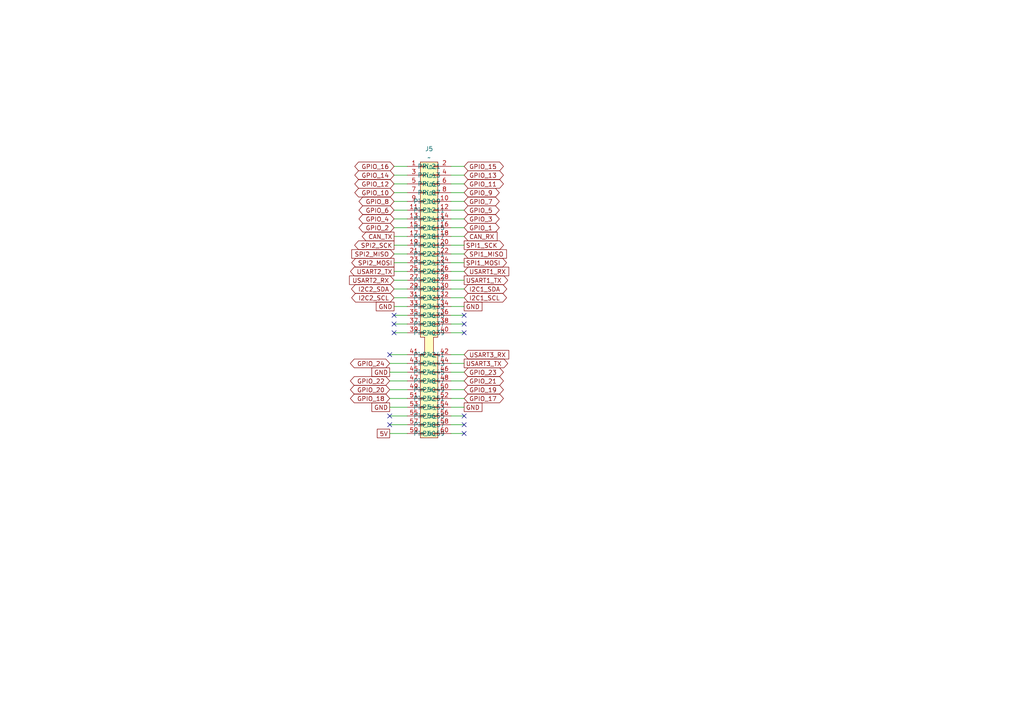
<source format=kicad_sch>
(kicad_sch (version 20250114) (generator "eeschema") (generator_version "9.0")
  (paper "A4")
  (lib_symbols
    (symbol "HardwareDataLogger:ExtenionCardConnector"
      (property "Reference" "J" (at 0 0 0))
      (symbol "ExtenionCardConnector_1_1"
        (polyline (pts (xy -2.54 -2.54) (xy 2.54 -2.54) (xy 2.54 -53.34) (xy 1.27 -53.34) (xy 1.27 -58.42) (xy 2.54 -58.42) (xy 2.54 -82.55) (xy -2.54 -82.55) (xy -2.54 -58.42) (xy -1.27 -58.42) (xy -1.27 -53.34) (xy -2.54 -53.34) (xy -2.54 -2.54)) (fill (type background)))
        (rectangle (start -2.54 -3.683) (end -1.27 -3.937) (stroke (width 0.1524)))
        (rectangle (start -2.54 -6.223) (end -1.27 -6.477) (stroke (width 0.1524)))
        (rectangle (start -2.54 -8.763) (end -1.27 -9.017) (stroke (width 0.1524)))
        (rectangle (start -2.54 -11.303) (end -1.27 -11.557) (stroke (width 0.1524)))
        (rectangle (start -2.54 -13.843) (end -1.27 -14.097) (stroke (width 0.1524)))
        (rectangle (start -2.54 -16.383) (end -1.27 -16.637) (stroke (width 0.1524)))
        (rectangle (start -2.54 -18.923) (end -1.27 -19.177) (stroke (width 0.1524)))
        (rectangle (start -2.54 -21.463) (end -1.27 -21.717) (stroke (width 0.1524)))
        (rectangle (start -2.54 -24.003) (end -1.27 -24.257) (stroke (width 0.1524)))
        (rectangle (start -2.54 -26.543) (end -1.27 -26.797) (stroke (width 0.1524)))
        (rectangle (start -2.54 -29.083) (end -1.27 -29.337) (stroke (width 0.1524)))
        (rectangle (start -2.54 -31.623) (end -1.27 -31.877) (stroke (width 0.1524)))
        (rectangle (start -2.54 -34.163) (end -1.27 -34.417) (stroke (width 0.1524)))
        (rectangle (start -2.54 -36.703) (end -1.27 -36.957) (stroke (width 0.1524)))
        (rectangle (start -2.54 -39.243) (end -1.27 -39.497) (stroke (width 0.1524)))
        (rectangle (start -2.54 -41.783) (end -1.27 -42.037) (stroke (width 0.1524)))
        (rectangle (start -2.54 -44.323) (end -1.27 -44.577) (stroke (width 0.1524)))
        (rectangle (start -2.54 -46.863) (end -1.27 -47.117) (stroke (width 0.1524)))
        (rectangle (start -2.54 -49.403) (end -1.27 -49.657) (stroke (width 0.1524)))
        (rectangle (start -2.54 -51.943) (end -1.27 -52.197) (stroke (width 0.1524)))
        (rectangle (start -2.54 -58.293) (end -1.27 -58.547) (stroke (width 0.1524)))
        (rectangle (start -2.54 -60.833) (end -1.27 -61.087) (stroke (width 0.1524)))
        (rectangle (start -2.54 -63.373) (end -1.27 -63.627) (stroke (width 0.1524)))
        (rectangle (start -2.54 -65.913) (end -1.27 -66.167) (stroke (width 0.1524)))
        (rectangle (start -2.54 -68.453) (end -1.27 -68.707) (stroke (width 0.1524)))
        (rectangle (start -2.54 -70.993) (end -1.27 -71.247) (stroke (width 0.1524)))
        (rectangle (start -2.54 -73.533) (end -1.27 -73.787) (stroke (width 0.1524)))
        (rectangle (start -2.54 -76.073) (end -1.27 -76.327) (stroke (width 0.1524)))
        (rectangle (start -2.54 -78.613) (end -1.27 -78.867) (stroke (width 0.1524)))
        (rectangle (start -2.54 -81.153) (end -1.27 -81.407) (stroke (width 0.1524)))
        (rectangle (start 2.54 -3.683) (end 1.27 -3.937) (stroke (width 0.1524)))
        (rectangle (start 2.54 -6.223) (end 1.27 -6.477) (stroke (width 0.1524)))
        (rectangle (start 2.54 -8.763) (end 1.27 -9.017) (stroke (width 0.1524)))
        (rectangle (start 2.54 -11.303) (end 1.27 -11.557) (stroke (width 0.1524)))
        (rectangle (start 2.54 -13.843) (end 1.27 -14.097) (stroke (width 0.1524)))
        (rectangle (start 2.54 -16.383) (end 1.27 -16.637) (stroke (width 0.1524)))
        (rectangle (start 2.54 -18.923) (end 1.27 -19.177) (stroke (width 0.1524)))
        (rectangle (start 2.54 -21.463) (end 1.27 -21.717) (stroke (width 0.1524)))
        (rectangle (start 2.54 -24.003) (end 1.27 -24.257) (stroke (width 0.1524)))
        (rectangle (start 2.54 -26.543) (end 1.27 -26.797) (stroke (width 0.1524)))
        (rectangle (start 2.54 -29.083) (end 1.27 -29.337) (stroke (width 0.1524)))
        (rectangle (start 2.54 -31.623) (end 1.27 -31.877) (stroke (width 0.1524)))
        (rectangle (start 2.54 -34.163) (end 1.27 -34.417) (stroke (width 0.1524)))
        (rectangle (start 2.54 -36.703) (end 1.27 -36.957) (stroke (width 0.1524)))
        (rectangle (start 2.54 -39.243) (end 1.27 -39.497) (stroke (width 0.1524)))
        (rectangle (start 2.54 -41.783) (end 1.27 -42.037) (stroke (width 0.1524)))
        (rectangle (start 2.54 -44.323) (end 1.27 -44.577) (stroke (width 0.1524)))
        (rectangle (start 2.54 -46.863) (end 1.27 -47.117) (stroke (width 0.1524)))
        (rectangle (start 2.54 -49.403) (end 1.27 -49.657) (stroke (width 0.1524)))
        (rectangle (start 2.54 -51.943) (end 1.27 -52.197) (stroke (width 0.1524)))
        (rectangle (start 2.54 -58.293) (end 1.27 -58.547) (stroke (width 0.1524)))
        (rectangle (start 2.54 -60.833) (end 1.27 -61.087) (stroke (width 0.1524)))
        (rectangle (start 2.54 -63.373) (end 1.27 -63.627) (stroke (width 0.1524)))
        (rectangle (start 2.54 -65.913) (end 1.27 -66.167) (stroke (width 0.1524)))
        (rectangle (start 2.54 -68.453) (end 1.27 -68.707) (stroke (width 0.1524)))
        (rectangle (start 2.54 -70.993) (end 1.27 -71.247) (stroke (width 0.1524)))
        (rectangle (start 2.54 -73.533) (end 1.27 -73.787) (stroke (width 0.1524)))
        (rectangle (start 2.54 -76.073) (end 1.27 -76.327) (stroke (width 0.1524)))
        (rectangle (start 2.54 -78.613) (end 1.27 -78.867) (stroke (width 0.1524)))
        (rectangle (start 2.54 -81.153) (end 1.27 -81.407) (stroke (width 0.1524)))
        (pin passive line (at -6.35 -3.81 0) (length 3.81) (name "Pin_1") (number "1"))
        (pin passive line (at -6.35 -6.35 0) (length 3.81) (name "Pin_3") (number "3"))
        (pin passive line (at -6.35 -8.89 0) (length 3.81) (name "Pin_5") (number "5"))
        (pin passive line (at -6.35 -11.43 0) (length 3.81) (name "Pin_7") (number "7"))
        (pin passive line (at -6.35 -13.97 0) (length 3.81) (name "Pin_9") (number "9"))
        (pin passive line (at -6.35 -16.51 0) (length 3.81) (name "Pin_11") (number "11"))
        (pin passive line (at -6.35 -19.05 0) (length 3.81) (name "Pin_13") (number "13"))
        (pin passive line (at -6.35 -21.59 0) (length 3.81) (name "Pin_15") (number "15"))
        (pin passive line (at -6.35 -24.13 0) (length 3.81) (name "Pin_17") (number "17"))
        (pin passive line (at -6.35 -26.67 0) (length 3.81) (name "Pin_19") (number "19"))
        (pin passive line (at -6.35 -29.21 0) (length 3.81) (name "Pin_21") (number "21"))
        (pin passive line (at -6.35 -31.75 0) (length 3.81) (name "Pin_23") (number "23"))
        (pin passive line (at -6.35 -34.29 0) (length 3.81) (name "Pin_25") (number "25"))
        (pin passive line (at -6.35 -36.83 0) (length 3.81) (name "Pin_27") (number "27"))
        (pin passive line (at -6.35 -39.37 0) (length 3.81) (name "Pin_29") (number "29"))
        (pin passive line (at -6.35 -41.91 0) (length 3.81) (name "Pin_31") (number "31"))
        (pin passive line (at -6.35 -44.45 0) (length 3.81) (name "Pin_33") (number "33"))
        (pin passive line (at -6.35 -46.99 0) (length 3.81) (name "Pin_35") (number "35"))
        (pin passive line (at -6.35 -49.53 0) (length 3.81) (name "Pin_37") (number "37"))
        (pin passive line (at -6.35 -52.07 0) (length 3.81) (name "Pin_39") (number "39"))
        (pin passive line (at -6.35 -58.42 0) (length 3.81) (name "Pin_41") (number "41"))
        (pin passive line (at -6.35 -60.96 0) (length 3.81) (name "Pin_43") (number "43"))
        (pin passive line (at -6.35 -63.5 0) (length 3.81) (name "Pin_45") (number "45"))
        (pin passive line (at -6.35 -66.04 0) (length 3.81) (name "Pin_47") (number "47"))
        (pin passive line (at -6.35 -68.58 0) (length 3.81) (name "Pin_49") (number "49"))
        (pin passive line (at -6.35 -71.12 0) (length 3.81) (name "Pin_51") (number "51"))
        (pin passive line (at -6.35 -73.66 0) (length 3.81) (name "Pin_53") (number "53"))
        (pin passive line (at -6.35 -76.2 0) (length 3.81) (name "Pin_55") (number "55"))
        (pin passive line (at -6.35 -78.74 0) (length 3.81) (name "Pin_57") (number "57"))
        (pin passive line (at -6.35 -81.28 0) (length 3.81) (name "Pin_59") (number "59"))
        (pin passive line (at 6.35 -3.81 180) (length 3.81) (name "Pin_2") (number "2"))
        (pin passive line (at 6.35 -6.35 180) (length 3.81) (name "Pin_4") (number "4"))
        (pin passive line (at 6.35 -8.89 180) (length 3.81) (name "Pin_6") (number "6"))
        (pin passive line (at 6.35 -11.43 180) (length 3.81) (name "Pin_8") (number "8"))
        (pin passive line (at 6.35 -13.97 180) (length 3.81) (name "Pin_10") (number "10"))
        (pin passive line (at 6.35 -16.51 180) (length 3.81) (name "Pin_12") (number "12"))
        (pin passive line (at 6.35 -19.05 180) (length 3.81) (name "Pin_14") (number "14"))
        (pin passive line (at 6.35 -21.59 180) (length 3.81) (name "Pin_16") (number "16"))
        (pin passive line (at 6.35 -24.13 180) (length 3.81) (name "Pin_18") (number "18"))
        (pin passive line (at 6.35 -26.67 180) (length 3.81) (name "Pin_20") (number "20"))
        (pin passive line (at 6.35 -29.21 180) (length 3.81) (name "Pin_22") (number "22"))
        (pin passive line (at 6.35 -31.75 180) (length 3.81) (name "Pin_24") (number "24"))
        (pin passive line (at 6.35 -34.29 180) (length 3.81) (name "Pin_26") (number "26"))
        (pin passive line (at 6.35 -36.83 180) (length 3.81) (name "Pin_28") (number "28"))
        (pin passive line (at 6.35 -39.37 180) (length 3.81) (name "Pin_30") (number "30"))
        (pin passive line (at 6.35 -41.91 180) (length 3.81) (name "Pin_32") (number "32"))
        (pin passive line (at 6.35 -44.45 180) (length 3.81) (name "Pin_34") (number "34"))
        (pin passive line (at 6.35 -46.99 180) (length 3.81) (name "Pin_36") (number "36"))
        (pin passive line (at 6.35 -49.53 180) (length 3.81) (name "Pin_38") (number "38"))
        (pin passive line (at 6.35 -52.07 180) (length 3.81) (name "Pin_40") (number "40"))
        (pin passive line (at 6.35 -58.42 180) (length 3.81) (name "Pin_42") (number "42"))
        (pin passive line (at 6.35 -60.96 180) (length 3.81) (name "Pin_44") (number "44"))
        (pin passive line (at 6.35 -63.5 180) (length 3.81) (name "Pin_46") (number "46"))
        (pin passive line (at 6.35 -66.04 180) (length 3.81) (name "Pin_48") (number "48"))
        (pin passive line (at 6.35 -68.58 180) (length 3.81) (name "Pin_50") (number "50"))
        (pin passive line (at 6.35 -71.12 180) (length 3.81) (name "Pin_52") (number "52"))
        (pin passive line (at 6.35 -73.66 180) (length 3.81) (name "Pin_54") (number "54"))
        (pin passive line (at 6.35 -76.2 180) (length 3.81) (name "Pin_56") (number "56"))
        (pin passive line (at 6.35 -78.74 180) (length 3.81) (name "Pin_58") (number "58"))
        (pin passive line (at 6.35 -81.28 180) (length 3.81) (name "Pin_60") (number "60"))
      )
    )
  )
  (no_connect (at 134.62 91.44))
  (no_connect (at 134.62 123.19))
  (no_connect (at 134.62 120.65))
  (no_connect (at 134.62 125.73))
  (no_connect (at 113.03 102.87))
  (no_connect (at 114.3 91.44))
  (no_connect (at 114.3 96.52))
  (no_connect (at 134.62 96.52))
  (no_connect (at 134.62 93.98))
  (no_connect (at 113.03 120.65))
  (no_connect (at 113.03 123.19))
  (no_connect (at 114.3 93.98))
  (wire (pts (xy 118.11 113.03) (xy 113.03 113.03)))
  (wire (pts (xy 118.11 76.2) (xy 114.3 76.2)))
  (wire (pts (xy 134.62 105.41) (xy 130.81 105.41)))
  (wire (pts (xy 134.62 58.42) (xy 130.81 58.42)))
  (wire (pts (xy 118.11 73.66) (xy 114.3 73.66)))
  (wire (pts (xy 134.62 113.03) (xy 130.81 113.03)))
  (wire (pts (xy 134.62 63.5) (xy 130.81 63.5)))
  (wire (pts (xy 118.11 123.19) (xy 113.03 123.19)))
  (wire (pts (xy 134.62 110.49) (xy 130.81 110.49)))
  (wire (pts (xy 118.11 88.9) (xy 114.3 88.9)))
  (wire (pts (xy 134.62 96.52) (xy 130.81 96.52)))
  (wire (pts (xy 118.11 86.36) (xy 114.3 86.36)))
  (wire (pts (xy 118.11 53.34) (xy 114.3 53.34)))
  (wire (pts (xy 134.62 115.57) (xy 130.81 115.57)))
  (wire (pts (xy 118.11 81.28) (xy 114.3 81.28)))
  (wire (pts (xy 134.62 125.73) (xy 130.81 125.73)))
  (wire (pts (xy 118.11 55.88) (xy 114.3 55.88)))
  (wire (pts (xy 118.11 120.65) (xy 113.03 120.65)))
  (wire (pts (xy 118.11 110.49) (xy 113.03 110.49)))
  (wire (pts (xy 118.11 93.98) (xy 114.3 93.98)))
  (wire (pts (xy 134.62 91.44) (xy 130.81 91.44)))
  (wire (pts (xy 118.11 96.52) (xy 114.3 96.52)))
  (wire (pts (xy 134.62 71.12) (xy 130.81 71.12)))
  (wire (pts (xy 118.11 78.74) (xy 114.3 78.74)))
  (wire (pts (xy 134.62 76.2) (xy 130.81 76.2)))
  (wire (pts (xy 134.62 102.87) (xy 130.81 102.87)))
  (wire (pts (xy 118.11 115.57) (xy 113.03 115.57)))
  (wire (pts (xy 134.62 93.98) (xy 130.81 93.98)))
  (wire (pts (xy 134.62 55.88) (xy 130.81 55.88)))
  (wire (pts (xy 118.11 50.8) (xy 114.3 50.8)))
  (wire (pts (xy 134.62 66.04) (xy 130.81 66.04)))
  (wire (pts (xy 134.62 50.8) (xy 130.81 50.8)))
  (wire (pts (xy 134.62 68.58) (xy 130.81 68.58)))
  (wire (pts (xy 134.62 48.26) (xy 130.81 48.26)))
  (wire (pts (xy 134.62 120.65) (xy 130.81 120.65)))
  (wire (pts (xy 118.11 68.58) (xy 114.3 68.58)))
  (wire (pts (xy 118.11 58.42) (xy 114.3 58.42)))
  (wire (pts (xy 118.11 71.12) (xy 114.3 71.12)))
  (wire (pts (xy 118.11 48.26) (xy 114.3 48.26)))
  (wire (pts (xy 118.11 125.73) (xy 113.03 125.73)))
  (wire (pts (xy 134.62 73.66) (xy 130.81 73.66)))
  (wire (pts (xy 118.11 63.5) (xy 114.3 63.5)))
  (wire (pts (xy 134.62 60.96) (xy 130.81 60.96)))
  (wire (pts (xy 118.11 83.82) (xy 114.3 83.82)))
  (wire (pts (xy 118.11 60.96) (xy 114.3 60.96)))
  (wire (pts (xy 118.11 91.44) (xy 114.3 91.44)))
  (wire (pts (xy 134.62 83.82) (xy 130.81 83.82)))
  (wire (pts (xy 134.62 88.9) (xy 130.81 88.9)))
  (wire (pts (xy 134.62 123.19) (xy 130.81 123.19)))
  (wire (pts (xy 118.11 66.04) (xy 114.3 66.04)))
  (wire (pts (xy 118.11 118.11) (xy 113.03 118.11)))
  (wire (pts (xy 134.62 107.95) (xy 130.81 107.95)))
  (wire (pts (xy 118.11 105.41) (xy 113.03 105.41)))
  (wire (pts (xy 134.62 78.74) (xy 130.81 78.74)))
  (wire (pts (xy 118.11 102.87) (xy 113.03 102.87)))
  (wire (pts (xy 118.11 107.95) (xy 113.03 107.95)))
  (wire (pts (xy 134.62 86.36) (xy 130.81 86.36)))
  (wire (pts (xy 134.62 53.34) (xy 130.81 53.34)))
  (wire (pts (xy 134.62 81.28) (xy 130.81 81.28)))
  (wire (pts (xy 134.62 118.11) (xy 130.81 118.11)))
  (global_label "GPIO_5" (shape bidirectional) (at 134.62 60.96 0) (property "Intersheetrefs" "${INTERSHEET_REFS}" (effects (hide yes))))
  (global_label "USART3_TX" (shape output) (at 134.62 105.41 0) (property "Intersheetrefs" "${INTERSHEET_REFS}" (effects (hide yes))))
  (global_label "CAN_TX" (shape output) (at 114.3 68.58 180) (property "Intersheetrefs" "${INTERSHEET_REFS}" (effects (hide yes))))
  (global_label "I2C2_SCL" (shape bidirectional) (at 114.3 86.36 180) (property "Intersheetrefs" "${INTERSHEET_REFS}" (effects (hide yes))))
  (global_label "GPIO_23" (shape bidirectional) (at 134.62 107.95 0) (property "Intersheetrefs" "${INTERSHEET_REFS}" (effects (hide yes))))
  (global_label "USART1_TX" (shape output) (at 134.62 81.28 0) (property "Intersheetrefs" "${INTERSHEET_REFS}" (effects (hide yes))))
  (global_label "I2C1_SCL" (shape bidirectional) (at 134.62 86.36 0) (property "Intersheetrefs" "${INTERSHEET_REFS}" (effects (hide yes))))
  (global_label "SPI1_MOSI" (shape output) (at 134.62 76.2 0) (property "Intersheetrefs" "${INTERSHEET_REFS}" (effects (hide yes))))
  (global_label "USART2_TX" (shape output) (at 114.3 78.74 180) (property "Intersheetrefs" "${INTERSHEET_REFS}" (effects (hide yes))))
  (global_label "GPIO_1" (shape bidirectional) (at 134.62 66.04 0) (property "Intersheetrefs" "${INTERSHEET_REFS}" (effects (hide yes))))
  (global_label "USART1_RX" (shape input) (at 134.62 78.74 0) (property "Intersheetrefs" "${INTERSHEET_REFS}" (effects (hide yes))))
  (global_label "GPIO_3" (shape bidirectional) (at 134.62 63.5 0) (property "Intersheetrefs" "${INTERSHEET_REFS}" (effects (hide yes))))
  (global_label "GPIO_7" (shape bidirectional) (at 134.62 58.42 0) (property "Intersheetrefs" "${INTERSHEET_REFS}" (effects (hide yes))))
  (global_label "GPIO_19" (shape bidirectional) (at 134.62 113.03 0) (property "Intersheetrefs" "${INTERSHEET_REFS}" (effects (hide yes))))
  (global_label "SPI2_MOSI" (shape output) (at 114.3 76.2 180) (property "Intersheetrefs" "${INTERSHEET_REFS}" (effects (hide yes))))
  (global_label "SPI2_MISO" (shape input) (at 114.3 73.66 180) (property "Intersheetrefs" "${INTERSHEET_REFS}" (effects (hide yes))))
  (global_label "GPIO_9" (shape bidirectional) (at 134.62 55.88 0) (property "Intersheetrefs" "${INTERSHEET_REFS}" (effects (hide yes))))
  (global_label "GPIO_20" (shape bidirectional) (at 113.03 113.03 180) (property "Intersheetrefs" "${INTERSHEET_REFS}" (effects (hide yes))))
  (global_label "GPIO_8" (shape bidirectional) (at 114.3 58.42 180) (property "Intersheetrefs" "${INTERSHEET_REFS}" (effects (hide yes))))
  (global_label "GND" (shape passive) (at 114.3 88.9 180) (property "Intersheetrefs" "${INTERSHEET_REFS}" (effects (hide yes))))
  (global_label "GND" (shape passive) (at 134.62 118.11 0) (property "Intersheetrefs" "${INTERSHEET_REFS}" (effects (hide yes))))
  (global_label "SPI1_MISO" (shape input) (at 134.62 73.66 0) (property "Intersheetrefs" "${INTERSHEET_REFS}" (effects (hide yes))))
  (global_label "I2C1_SDA" (shape bidirectional) (at 134.62 83.82 0) (property "Intersheetrefs" "${INTERSHEET_REFS}" (effects (hide yes))))
  (global_label "GPIO_4" (shape bidirectional) (at 114.3 63.5 180) (property "Intersheetrefs" "${INTERSHEET_REFS}" (effects (hide yes))))
  (global_label "GND" (shape passive) (at 113.03 107.95 180) (property "Intersheetrefs" "${INTERSHEET_REFS}" (effects (hide yes))))
  (global_label "GPIO_11" (shape bidirectional) (at 134.62 53.34 0) (property "Intersheetrefs" "${INTERSHEET_REFS}" (effects (hide yes))))
  (global_label "GPIO_22" (shape bidirectional) (at 113.03 110.49 180) (property "Intersheetrefs" "${INTERSHEET_REFS}" (effects (hide yes))))
  (global_label "CAN_RX" (shape input) (at 134.62 68.58 0) (property "Intersheetrefs" "${INTERSHEET_REFS}" (effects (hide yes))))
  (global_label "SPI2_SCK" (shape output) (at 114.3 71.12 180) (property "Intersheetrefs" "${INTERSHEET_REFS}" (effects (hide yes))))
  (global_label "GPIO_10" (shape bidirectional) (at 114.3 55.88 180) (property "Intersheetrefs" "${INTERSHEET_REFS}" (effects (hide yes))))
  (global_label "GPIO_15" (shape bidirectional) (at 134.62 48.26 0) (property "Intersheetrefs" "${INTERSHEET_REFS}" (effects (hide yes))))
  (global_label "SPI1_SCK" (shape output) (at 134.62 71.12 0) (property "Intersheetrefs" "${INTERSHEET_REFS}" (effects (hide yes))))
  (global_label "GPIO_17" (shape bidirectional) (at 134.62 115.57 0) (property "Intersheetrefs" "${INTERSHEET_REFS}" (effects (hide yes))))
  (global_label "GPIO_24" (shape bidirectional) (at 113.03 105.41 180) (property "Intersheetrefs" "${INTERSHEET_REFS}" (effects (hide yes))))
  (global_label "USART3_RX" (shape input) (at 134.62 102.87 0) (property "Intersheetrefs" "${INTERSHEET_REFS}" (effects (hide yes))))
  (global_label "GPIO_16" (shape bidirectional) (at 114.3 48.26 180) (property "Intersheetrefs" "${INTERSHEET_REFS}" (effects (hide yes))))
  (global_label "GPIO_21" (shape bidirectional) (at 134.62 110.49 0) (property "Intersheetrefs" "${INTERSHEET_REFS}" (effects (hide yes))))
  (global_label "GND" (shape passive) (at 134.62 88.9 0) (property "Intersheetrefs" "${INTERSHEET_REFS}" (effects (hide yes))))
  (global_label "GPIO_18" (shape bidirectional) (at 113.03 115.57 180) (property "Intersheetrefs" "${INTERSHEET_REFS}" (effects (hide yes))))
  (global_label "GPIO_13" (shape bidirectional) (at 134.62 50.8 0) (property "Intersheetrefs" "${INTERSHEET_REFS}" (effects (hide yes))))
  (global_label "GPIO_6" (shape bidirectional) (at 114.3 60.96 180) (property "Intersheetrefs" "${INTERSHEET_REFS}" (effects (hide yes))))
  (global_label "USART2_RX" (shape input) (at 114.3 81.28 180) (property "Intersheetrefs" "${INTERSHEET_REFS}" (effects (hide yes))))
  (global_label "GPIO_12" (shape bidirectional) (at 114.3 53.34 180) (property "Intersheetrefs" "${INTERSHEET_REFS}" (effects (hide yes))))
  (global_label "GPIO_2" (shape bidirectional) (at 114.3 66.04 180) (property "Intersheetrefs" "${INTERSHEET_REFS}" (effects (hide yes))))
  (global_label "5V" (shape passive) (at 113.03 125.73 180) (property "Intersheetrefs" "${INTERSHEET_REFS}" (effects (hide yes))))
  (global_label "GPIO_14" (shape bidirectional) (at 114.3 50.8 180) (property "Intersheetrefs" "${INTERSHEET_REFS}" (effects (hide yes))))
  (global_label "I2C2_SDA" (shape bidirectional) (at 114.3 83.82 180) (property "Intersheetrefs" "${INTERSHEET_REFS}" (effects (hide yes))))
  (global_label "GND" (shape passive) (at 113.03 118.11 180) (property "Intersheetrefs" "${INTERSHEET_REFS}" (effects (hide yes))))
  (symbol (lib_id "HardwareDataLogger:ExtenionCardConnector") (at 124.46 44.45 0) (unit 1)
    (property "Reference" "J5" (at 124.46 43.18 0))
    (property "Value" "~" (at 124.46 45.72 0))
    (property "Footprint" "HardwareDataLogger:ExtensionConnector" (effects (hide yes)))
  )
)
</source>
